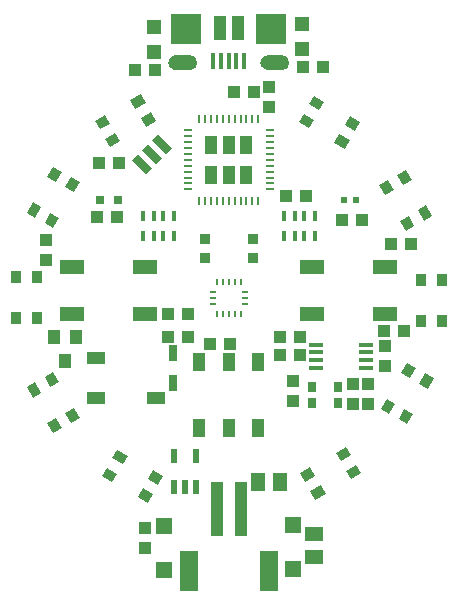
<source format=gbr>
G04 EAGLE Gerber RS-274X export*
G75*
%MOMM*%
%FSLAX34Y34*%
%LPD*%
%INSolderpaste Top*%
%IPPOS*%
%AMOC8*
5,1,8,0,0,1.08239X$1,22.5*%
G01*
%ADD10R,1.000000X1.100000*%
%ADD11R,1.100000X1.000000*%
%ADD12R,1.500000X1.240000*%
%ADD13R,1.200000X1.200000*%
%ADD14R,0.250000X0.800000*%
%ADD15R,0.800000X0.250000*%
%ADD16R,1.000000X1.500000*%
%ADD17R,0.900000X0.900000*%
%ADD18R,0.400000X1.350000*%
%ADD19R,1.000000X2.000000*%
%ADD20R,2.500000X2.500000*%
%ADD21R,1.000000X4.600000*%
%ADD22R,1.600000X3.400000*%
%ADD23R,1.400000X1.400000*%
%ADD24R,1.240000X1.500000*%
%ADD25R,0.700000X1.700000*%
%ADD26R,2.000000X1.200000*%
%ADD27R,0.850000X1.000000*%
%ADD28R,0.250000X0.500000*%
%ADD29R,0.500000X0.250000*%
%ADD30R,0.800000X0.800000*%
%ADD31R,0.660000X0.900000*%
%ADD32R,0.600000X0.600000*%
%ADD33R,1.000000X1.200000*%
%ADD34R,0.800000X1.350000*%
%ADD35R,0.450000X0.900000*%
%ADD36R,0.550000X1.200000*%
%ADD37R,1.500000X1.000000*%
%ADD38R,1.200000X0.300000*%

G36*
X-33485Y193149D02*
X-33485Y193149D01*
X-33465Y193147D01*
X-32339Y193208D01*
X-32292Y193220D01*
X-32216Y193227D01*
X-31123Y193508D01*
X-31079Y193528D01*
X-31006Y193550D01*
X-29989Y194038D01*
X-29950Y194067D01*
X-29883Y194103D01*
X-28980Y194780D01*
X-28947Y194815D01*
X-28889Y194864D01*
X-28136Y195704D01*
X-28110Y195745D01*
X-28062Y195805D01*
X-27488Y196776D01*
X-27471Y196821D01*
X-27435Y196888D01*
X-27061Y197953D01*
X-27053Y198000D01*
X-27031Y198074D01*
X-26872Y199190D01*
X-26873Y199218D01*
X-26872Y199370D01*
X-27031Y200487D01*
X-27046Y200532D01*
X-27061Y200607D01*
X-27435Y201672D01*
X-27459Y201714D01*
X-27488Y201784D01*
X-28062Y202755D01*
X-28094Y202792D01*
X-28136Y202856D01*
X-28889Y203696D01*
X-28927Y203726D01*
X-28980Y203780D01*
X-29883Y204457D01*
X-29926Y204479D01*
X-29989Y204522D01*
X-31006Y205010D01*
X-31053Y205023D01*
X-31123Y205052D01*
X-32216Y205333D01*
X-32264Y205336D01*
X-32339Y205352D01*
X-33465Y205413D01*
X-33481Y205411D01*
X-33500Y205414D01*
X-44500Y205414D01*
X-44515Y205412D01*
X-44535Y205413D01*
X-45661Y205352D01*
X-45708Y205341D01*
X-45784Y205333D01*
X-46877Y205052D01*
X-46921Y205032D01*
X-46994Y205010D01*
X-48011Y204522D01*
X-48050Y204494D01*
X-48117Y204457D01*
X-49020Y203780D01*
X-49053Y203745D01*
X-49111Y203696D01*
X-49864Y202856D01*
X-49890Y202815D01*
X-49938Y202755D01*
X-50512Y201784D01*
X-50529Y201739D01*
X-50565Y201672D01*
X-50939Y200607D01*
X-50947Y200560D01*
X-50969Y200487D01*
X-51128Y199370D01*
X-51128Y199369D01*
X-51127Y199182D01*
X-50927Y197908D01*
X-50910Y197861D01*
X-50889Y197772D01*
X-50411Y196575D01*
X-50384Y196532D01*
X-50344Y196450D01*
X-49612Y195389D01*
X-49576Y195353D01*
X-49518Y195282D01*
X-48568Y194411D01*
X-48526Y194384D01*
X-48453Y194327D01*
X-47333Y193690D01*
X-47286Y193673D01*
X-47203Y193634D01*
X-45969Y193261D01*
X-45919Y193256D01*
X-45829Y193236D01*
X-44544Y193147D01*
X-44524Y193149D01*
X-44500Y193146D01*
X-33500Y193146D01*
X-33485Y193149D01*
G37*
G36*
X44515Y193149D02*
X44515Y193149D01*
X44535Y193147D01*
X45661Y193208D01*
X45708Y193220D01*
X45784Y193227D01*
X46877Y193508D01*
X46921Y193528D01*
X46994Y193550D01*
X48011Y194038D01*
X48050Y194067D01*
X48117Y194103D01*
X49020Y194780D01*
X49053Y194815D01*
X49111Y194864D01*
X49864Y195704D01*
X49890Y195745D01*
X49938Y195805D01*
X50512Y196776D01*
X50529Y196821D01*
X50565Y196888D01*
X50939Y197953D01*
X50947Y198000D01*
X50969Y198074D01*
X51128Y199190D01*
X51127Y199218D01*
X51128Y199370D01*
X50969Y200487D01*
X50954Y200532D01*
X50939Y200607D01*
X50565Y201672D01*
X50541Y201714D01*
X50512Y201784D01*
X49938Y202755D01*
X49906Y202792D01*
X49864Y202856D01*
X49111Y203696D01*
X49074Y203726D01*
X49020Y203780D01*
X48117Y204457D01*
X48074Y204479D01*
X48011Y204522D01*
X46994Y205010D01*
X46947Y205023D01*
X46877Y205052D01*
X45784Y205333D01*
X45736Y205336D01*
X45661Y205352D01*
X44535Y205413D01*
X44519Y205411D01*
X44500Y205414D01*
X33500Y205414D01*
X33485Y205412D01*
X33465Y205413D01*
X32339Y205352D01*
X32292Y205341D01*
X32216Y205333D01*
X31123Y205052D01*
X31079Y205032D01*
X31006Y205010D01*
X29989Y204522D01*
X29950Y204494D01*
X29883Y204457D01*
X28980Y203780D01*
X28947Y203745D01*
X28889Y203696D01*
X28136Y202856D01*
X28110Y202815D01*
X28062Y202755D01*
X27488Y201784D01*
X27471Y201739D01*
X27435Y201672D01*
X27061Y200607D01*
X27053Y200560D01*
X27031Y200487D01*
X26872Y199370D01*
X26872Y199369D01*
X26873Y199182D01*
X27073Y197908D01*
X27090Y197861D01*
X27111Y197772D01*
X27589Y196575D01*
X27616Y196532D01*
X27656Y196450D01*
X28388Y195389D01*
X28424Y195353D01*
X28482Y195282D01*
X29432Y194411D01*
X29474Y194384D01*
X29547Y194327D01*
X30667Y193690D01*
X30714Y193673D01*
X30797Y193634D01*
X32031Y193261D01*
X32081Y193256D01*
X32171Y193236D01*
X33456Y193147D01*
X33476Y193149D01*
X33500Y193146D01*
X44500Y193146D01*
X44515Y193149D01*
G37*
D10*
X34290Y178680D03*
X34290Y161680D03*
D11*
X4200Y173990D03*
X21200Y173990D03*
D12*
X72390Y-219050D03*
X72390Y-200050D03*
D11*
X-62620Y193040D03*
X-79620Y193040D03*
D13*
X-63500Y228940D03*
X-63500Y207940D03*
X62230Y231480D03*
X62230Y210480D03*
D14*
X25000Y151590D03*
X20000Y151590D03*
X15000Y151590D03*
X10000Y151590D03*
X5000Y151590D03*
X0Y151590D03*
X-5000Y151590D03*
X-10000Y151590D03*
X-15000Y151590D03*
X-20000Y151590D03*
X-25000Y151590D03*
D15*
X-34750Y141840D03*
X-34750Y136840D03*
X-34750Y131840D03*
X-34750Y126840D03*
X-34750Y121840D03*
X-34750Y116840D03*
X-34750Y111840D03*
X-34750Y106840D03*
X-34750Y101840D03*
X-34750Y96840D03*
X-34750Y91840D03*
D14*
X-25000Y82090D03*
X-20000Y82090D03*
X-15000Y82090D03*
X-10000Y82090D03*
X-5000Y82090D03*
X0Y82090D03*
X5000Y82090D03*
X10000Y82090D03*
X15000Y82090D03*
X20000Y82090D03*
X25000Y82090D03*
D15*
X34750Y91840D03*
X34750Y96840D03*
X34750Y101840D03*
X34750Y106840D03*
X34750Y111840D03*
X34750Y116840D03*
X34750Y121840D03*
X34750Y126840D03*
X34750Y131840D03*
X34750Y136840D03*
X34750Y141840D03*
D16*
X15000Y104340D03*
X0Y104340D03*
X-15000Y104340D03*
X-15000Y129340D03*
X0Y129340D03*
X15000Y129340D03*
D17*
X-20500Y33910D03*
X-20500Y49910D03*
X20500Y49910D03*
X20500Y33910D03*
D11*
X131200Y-27940D03*
X148200Y-27940D03*
X48650Y86360D03*
X65650Y86360D03*
X62620Y195580D03*
X79620Y195580D03*
D18*
X13000Y200530D03*
X6500Y200530D03*
X0Y200530D03*
X-6500Y200530D03*
X-13000Y200530D03*
D19*
X7500Y228280D03*
X-7500Y228280D03*
D20*
X36000Y227280D03*
X-36000Y227280D03*
D21*
X10000Y-178900D03*
X-10000Y-178900D03*
D22*
X34000Y-230900D03*
X-34000Y-230900D03*
D23*
X54610Y-229320D03*
X54610Y-192320D03*
X-54610Y-193590D03*
X-54610Y-230590D03*
D10*
X-71120Y-194700D03*
X-71120Y-211700D03*
D24*
X43790Y-156210D03*
X24790Y-156210D03*
D16*
X-25000Y-54550D03*
X0Y-54550D03*
X25000Y-54550D03*
X25000Y-110550D03*
X0Y-110550D03*
X-25000Y-110550D03*
D25*
G36*
X-64770Y109900D02*
X-69720Y104950D01*
X-81740Y116970D01*
X-76790Y121920D01*
X-64770Y109900D01*
G37*
G36*
X-56285Y118385D02*
X-61235Y113435D01*
X-73255Y125455D01*
X-68305Y130405D01*
X-56285Y118385D01*
G37*
G36*
X-47800Y126870D02*
X-52750Y121920D01*
X-64770Y133940D01*
X-59820Y138890D01*
X-47800Y126870D01*
G37*
D26*
X-70600Y-13650D03*
X-132600Y-13650D03*
X-132600Y26350D03*
X-70600Y26350D03*
X132600Y-13650D03*
X70600Y-13650D03*
X70600Y26350D03*
X132600Y26350D03*
D27*
G36*
X133622Y-85605D02*
X140982Y-89855D01*
X135982Y-98515D01*
X128622Y-94265D01*
X133622Y-85605D01*
G37*
G36*
X151122Y-55295D02*
X158482Y-59545D01*
X153482Y-68205D01*
X146122Y-63955D01*
X151122Y-55295D01*
G37*
G36*
X148778Y-94355D02*
X156138Y-98605D01*
X151138Y-107265D01*
X143778Y-103015D01*
X148778Y-94355D01*
G37*
G36*
X166278Y-64045D02*
X173638Y-68295D01*
X168638Y-76955D01*
X161278Y-72705D01*
X166278Y-64045D01*
G37*
G36*
X69035Y-143582D02*
X73285Y-150942D01*
X64625Y-155942D01*
X60375Y-148582D01*
X69035Y-143582D01*
G37*
G36*
X99345Y-126082D02*
X103595Y-133442D01*
X94935Y-138442D01*
X90685Y-131082D01*
X99345Y-126082D01*
G37*
G36*
X77785Y-158738D02*
X82035Y-166098D01*
X73375Y-171098D01*
X69125Y-163738D01*
X77785Y-158738D01*
G37*
G36*
X108095Y-141238D02*
X112345Y-148598D01*
X103685Y-153598D01*
X99435Y-146238D01*
X108095Y-141238D01*
G37*
X162700Y-20040D03*
X162700Y14960D03*
X180200Y-20040D03*
X180200Y14960D03*
G36*
X144852Y65225D02*
X152212Y69475D01*
X157212Y60815D01*
X149852Y56565D01*
X144852Y65225D01*
G37*
G36*
X127352Y95535D02*
X134712Y99785D01*
X139712Y91125D01*
X132352Y86875D01*
X127352Y95535D01*
G37*
G36*
X160008Y73975D02*
X167368Y78225D01*
X172368Y69565D01*
X165008Y65315D01*
X160008Y73975D01*
G37*
G36*
X142508Y104285D02*
X149868Y108535D01*
X154868Y99875D01*
X147508Y95625D01*
X142508Y104285D01*
G37*
G36*
X89415Y131082D02*
X93665Y138442D01*
X102325Y133442D01*
X98075Y126082D01*
X89415Y131082D01*
G37*
G36*
X59105Y148582D02*
X63355Y155942D01*
X72015Y150942D01*
X67765Y143582D01*
X59105Y148582D01*
G37*
G36*
X98165Y146238D02*
X102415Y153598D01*
X111075Y148598D01*
X106825Y141238D01*
X98165Y146238D01*
G37*
G36*
X67855Y163738D02*
X72105Y171098D01*
X80765Y166098D01*
X76515Y158738D01*
X67855Y163738D01*
G37*
G36*
X-70305Y144852D02*
X-74555Y152212D01*
X-65895Y157212D01*
X-61645Y149852D01*
X-70305Y144852D01*
G37*
G36*
X-100615Y127352D02*
X-104865Y134712D01*
X-96205Y139712D01*
X-91955Y132352D01*
X-100615Y127352D01*
G37*
G36*
X-79055Y160008D02*
X-83305Y167368D01*
X-74645Y172368D01*
X-70395Y165008D01*
X-79055Y160008D01*
G37*
G36*
X-109365Y142508D02*
X-113615Y149868D01*
X-104955Y154868D01*
X-100705Y147508D01*
X-109365Y142508D01*
G37*
G36*
X-131082Y89415D02*
X-138442Y93665D01*
X-133442Y102325D01*
X-126082Y98075D01*
X-131082Y89415D01*
G37*
G36*
X-148582Y59105D02*
X-155942Y63355D01*
X-150942Y72015D01*
X-143582Y67765D01*
X-148582Y59105D01*
G37*
G36*
X-146238Y98165D02*
X-153598Y102415D01*
X-148598Y111075D01*
X-141238Y106825D01*
X-146238Y98165D01*
G37*
G36*
X-163738Y67855D02*
X-171098Y72105D01*
X-166098Y80765D01*
X-158738Y76515D01*
X-163738Y67855D01*
G37*
X-162700Y17500D03*
X-162700Y-17500D03*
X-180200Y17500D03*
X-180200Y-17500D03*
G36*
X-143582Y-71575D02*
X-150942Y-75825D01*
X-155942Y-67165D01*
X-148582Y-62915D01*
X-143582Y-71575D01*
G37*
G36*
X-126082Y-101885D02*
X-133442Y-106135D01*
X-138442Y-97475D01*
X-131082Y-93225D01*
X-126082Y-101885D01*
G37*
G36*
X-158738Y-80325D02*
X-166098Y-84575D01*
X-171098Y-75915D01*
X-163738Y-71665D01*
X-158738Y-80325D01*
G37*
G36*
X-141238Y-110635D02*
X-148598Y-114885D01*
X-153598Y-106225D01*
X-146238Y-101975D01*
X-141238Y-110635D01*
G37*
G36*
X-85605Y-133622D02*
X-89855Y-140982D01*
X-98515Y-135982D01*
X-94265Y-128622D01*
X-85605Y-133622D01*
G37*
G36*
X-55295Y-151122D02*
X-59545Y-158482D01*
X-68205Y-153482D01*
X-63955Y-146122D01*
X-55295Y-151122D01*
G37*
G36*
X-94355Y-148778D02*
X-98605Y-156138D01*
X-107265Y-151138D01*
X-103015Y-143778D01*
X-94355Y-148778D01*
G37*
G36*
X-64045Y-166278D02*
X-68295Y-173638D01*
X-76955Y-168638D01*
X-72705Y-161278D01*
X-64045Y-166278D01*
G37*
D28*
X10000Y13500D03*
X5000Y13500D03*
X0Y13500D03*
X-5000Y13500D03*
X-10000Y13500D03*
D29*
X-13500Y5000D03*
X-13500Y0D03*
X-13500Y-5000D03*
D28*
X-10000Y-13500D03*
X-5000Y-13500D03*
X0Y-13500D03*
X5000Y-13500D03*
X10000Y-13500D03*
D29*
X13500Y-5000D03*
X13500Y0D03*
X13500Y5000D03*
D30*
X-109100Y82550D03*
X-94100Y82550D03*
D11*
X-111370Y68580D03*
X-94370Y68580D03*
D31*
X70330Y-89300D03*
X92230Y-89300D03*
X92230Y-75800D03*
X70330Y-75800D03*
D32*
X97790Y82550D03*
X107950Y82550D03*
D11*
X95640Y66040D03*
X112640Y66040D03*
D10*
X54610Y-87240D03*
X54610Y-70240D03*
D11*
X154550Y45720D03*
X137550Y45720D03*
D10*
X-154940Y49140D03*
X-154940Y32140D03*
D33*
X-138430Y-53180D03*
X-147930Y-33180D03*
X-128930Y-33180D03*
D11*
X-51680Y-13970D03*
X-34680Y-13970D03*
D34*
X-46990Y-72390D03*
X-46990Y-46990D03*
D35*
X72690Y52460D03*
X72690Y69460D03*
X63690Y52460D03*
X55690Y52460D03*
X46690Y52460D03*
X46690Y69460D03*
X63690Y69460D03*
X55690Y69460D03*
X-72690Y69460D03*
X-72690Y52460D03*
X-63690Y69460D03*
X-55690Y69460D03*
X-46690Y69460D03*
X-46690Y52460D03*
X-63690Y52460D03*
X-55690Y52460D03*
D36*
X-46330Y-160321D03*
X-36830Y-160321D03*
X-27330Y-160321D03*
X-27330Y-134319D03*
X-46330Y-134319D03*
D37*
X-112360Y-84580D03*
X-61360Y-84580D03*
X-112360Y-50580D03*
D11*
X-110100Y114300D03*
X-93100Y114300D03*
X-16120Y-39370D03*
X880Y-39370D03*
X-51680Y-33020D03*
X-34680Y-33020D03*
D38*
X116370Y-39770D03*
X116370Y-46270D03*
X116370Y-52770D03*
X116370Y-59270D03*
X74120Y-59270D03*
X74120Y-52770D03*
X74120Y-46270D03*
X74120Y-39770D03*
D11*
X43570Y-48260D03*
X60570Y-48260D03*
X60570Y-33020D03*
X43570Y-33020D03*
D10*
X118110Y-72780D03*
X118110Y-89780D03*
X132080Y-41030D03*
X132080Y-58030D03*
X105410Y-72780D03*
X105410Y-89780D03*
M02*

</source>
